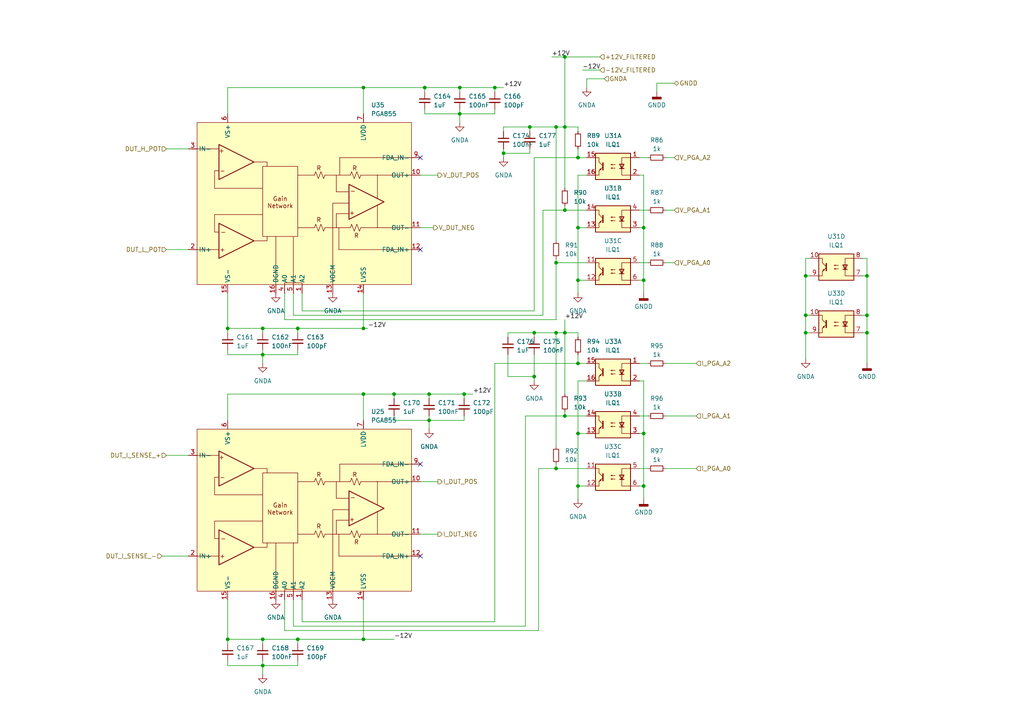
<source format=kicad_sch>
(kicad_sch (version 20231120) (generator "eeschema") (generator_version "8.0")
  (paper "A4")
  (lib_symbols
    (symbol "Device:C_Small" (pin_numbers hide) (pin_names (offset 0.254) hide)
      (property "Reference" "C" (at 0.254 1.778 0))
      (property "Value" "C_Small" (at 0.254 -2.032 0))
      (symbol "C_Small_0_1"
        (polyline (pts (xy -1.524 -0.508) (xy 1.524 -0.508)) (stroke (width 0.3302)))
        (polyline (pts (xy -1.524 0.508) (xy 1.524 0.508)) (stroke (width 0.3048)))
      )
      (symbol "C_Small_1_1"
        (pin passive line (at 0 2.54 270) (length 2.032) (name "~") (number "1"))
        (pin passive line (at 0 -2.54 90) (length 2.032) (name "~") (number "2"))
      )
    )
    (symbol "Device:R_Small" (pin_numbers hide) (pin_names (offset 0.254) hide)
      (property "Reference" "R" (at 0.762 0.508 0))
      (property "Value" "R_Small" (at 0.762 -1.016 0))
      (symbol "R_Small_0_1"
        (rectangle (start -0.762 1.778) (end 0.762 -1.778) (stroke (width 0.2032)))
      )
      (symbol "R_Small_1_1"
        (pin passive line (at 0 2.54 270) (length 0.762) (name "~") (number "1"))
        (pin passive line (at 0 -2.54 90) (length 0.762) (name "~") (number "2"))
      )
    )
    (symbol "JRIX Optocouplers:ILQ1"
      (property "Reference" "U" (at 0 0 0))
      (property "Value" "ILQ1" (at 0 0 0))
      (symbol "ILQ1_0_1"
        (rectangle (start -5.08 -1.27) (end 5.08 -8.89) (stroke (width 0.254)) (fill (type background)))
        (polyline (pts (xy -3.175 -5.715) (xy -1.905 -5.715)) (stroke (width 0.254)))
        (polyline (pts (xy 2.921 -5.207) (xy 4.064 -6.35)))
        (polyline (pts (xy 2.921 -4.953) (xy 4.064 -3.81)))
        (polyline (pts (xy 4.064 -7.62) (xy 5.08 -7.62)))
        (polyline (pts (xy 4.064 -6.35) (xy 4.064 -7.62)))
        (polyline (pts (xy 4.064 -3.81) (xy 4.064 -2.54)))
        (polyline (pts (xy 5.08 -2.54) (xy 4.064 -2.54)))
        (polyline (pts (xy -5.08 -2.54) (xy -2.54 -2.54) (xy -2.54 -5.842)))
        (polyline (pts (xy -2.54 -5.715) (xy -2.54 -7.62) (xy -5.08 -7.62)))
        (polyline (pts (xy 2.921 -4.064) (xy 2.921 -6.096) (xy 2.921 -6.096)) (stroke (width 0.3556)))
        (polyline (pts (xy -2.54 -5.715) (xy -3.175 -4.445) (xy -1.905 -4.445) (xy -2.54 -5.715)) (stroke (width 0.254)))
        (polyline (pts (xy 3.937 -6.223) (xy 3.683 -5.715) (xy 3.429 -5.969) (xy 3.937 -6.223)))
        (polyline (pts (xy -0.635 -5.588) (xy 0.635 -5.588) (xy 0.254 -5.715) (xy 0.254 -5.461) (xy 0.635 -5.588)))
        (polyline (pts (xy -0.635 -4.572) (xy 0.635 -4.572) (xy 0.254 -4.699) (xy 0.254 -4.445) (xy 0.635 -4.572)))
      )
      (symbol "ILQ1_1_1"
        (pin passive line (at -7.62 -2.54 0) (length 2.54) (name "~") (number "1"))
        (pin passive line (at 7.62 -2.54 180) (length 2.54) (name "~") (number "15"))
        (pin passive line (at 7.62 -7.62 180) (length 2.54) (name "~") (number "16"))
        (pin passive line (at -7.62 -7.62 0) (length 2.54) (name "~") (number "2"))
      )
      (symbol "ILQ1_2_1"
        (pin passive line (at 7.62 -7.62 180) (length 2.54) (name "~") (number "13"))
        (pin passive line (at 7.62 -2.54 180) (length 2.54) (name "~") (number "14"))
        (pin passive line (at -7.62 -7.62 0) (length 2.54) (name "~") (number "3"))
        (pin passive line (at -7.62 -2.54 0) (length 2.54) (name "~") (number "4"))
      )
      (symbol "ILQ1_3_1"
        (pin passive line (at 7.62 -2.54 180) (length 2.54) (name "~") (number "11"))
        (pin passive line (at 7.62 -7.62 180) (length 2.54) (name "~") (number "12"))
        (pin passive line (at -7.62 -2.54 0) (length 2.54) (name "~") (number "5"))
        (pin passive line (at -7.62 -7.62 0) (length 2.54) (name "~") (number "6"))
      )
      (symbol "ILQ1_4_1"
        (pin passive line (at 7.62 -2.54 180) (length 2.54) (name "~") (number "10"))
        (pin passive line (at -7.62 -7.62 0) (length 2.54) (name "~") (number "7"))
        (pin passive line (at -7.62 -2.54 0) (length 2.54) (name "~") (number "8"))
        (pin passive line (at 7.62 -7.62 180) (length 2.54) (name "~") (number "9"))
      )
    )
    (symbol "JRIX PGA:PGA855RGTR"
      (property "Reference" "U" (at 1.016 -3.556 0))
      (property "Value" "PGA855" (at 29.972 -7.112 0))
      (symbol "PGA855RGTR_0_0"
        (pin input line (at 30.48 -54.61 90) (length 2.54) (name "A2") (number "1"))
        (pin output line (at 64.77 -20.32 180) (length 2.54) (name "OUT+") (number "10"))
        (pin output line (at 64.77 -35.56 180) (length 2.54) (name "OUT-") (number "11"))
        (pin input line (at 64.77 -41.91 180) (length 2.54) (name "FDA_IN+") (number "12"))
        (pin power_in line (at 48.26 -54.61 90) (length 2.54) (name "LVSS") (number "14"))
        (pin power_in line (at 8.89 -54.61 90) (length 2.54) (name "VS-") (number "15"))
        (pin power_in line (at 22.86 -54.61 90) (length 2.54) (name "DGND") (number "16"))
        (pin input line (at -2.54 -41.91 0) (length 2.54) (name "IN+") (number "2"))
        (pin input line (at -2.54 -12.7 0) (length 2.54) (name "IN-") (number "3"))
        (pin input line (at 25.4 -54.61 90) (length 2.54) (name "A0") (number "4"))
        (pin input line (at 27.94 -54.61 90) (length 2.54) (name "A1") (number "5"))
        (pin power_in line (at 8.89 -2.54 270) (length 2.54) (name "VS+") (number "6"))
        (pin power_in line (at 48.26 -2.54 270) (length 2.54) (name "LVDD") (number "7"))
        (pin input line (at 64.77 -15.24 180) (length 2.54) (name "FDA_IN-") (number "9"))
      )
      (symbol "PGA855RGTR_0_1"
        (polyline (pts (xy -1.27 -12.7) (xy 6.35 -12.7)))
        (polyline (pts (xy 0 -41.91) (xy 6.35 -41.91)))
        (polyline (pts (xy 34.036 -35.56) (xy 29.21 -35.56)))
        (polyline (pts (xy 34.036 -20.32) (xy 29.21 -20.32)))
        (polyline (pts (xy 44.45 -20.32) (xy 40.386 -20.32)))
        (polyline (pts (xy 16.51 -39.37) (xy 20.32 -39.37) (xy 20.32 -38.1)))
        (polyline (pts (xy 16.51 -16.51) (xy 20.32 -16.51) (xy 20.32 -17.78)))
        (polyline (pts (xy 44.45 -35.56) (xy 40.386 -35.56) (xy 40.386 -34.29)))
        (polyline (pts (xy 47.498 -35.56) (xy 52.324 -35.56) (xy 52.324 -28.956)))
        (polyline (pts (xy 47.498 -20.32) (xy 52.324 -20.32) (xy 52.324 -27.178)))
        (polyline (pts (xy 6.35 -36.83) (xy 5.08 -36.83) (xy 5.08 -31.75) (xy 19.05 -31.75)))
        (polyline (pts (xy 37.084 -20.32) (xy 40.386 -20.32) (xy 40.386 -25.146) (xy 43.942 -25.146)))
        (polyline (pts (xy 6.35 -19.05) (xy 5.08 -19.05) (xy 5.08 -22.86) (xy 5.08 -24.13) (xy 19.05 -24.13)))
        (polyline (pts (xy 37.084 -35.56) (xy 40.386 -35.56) (xy 40.386 -32.004) (xy 40.386 -31.75) (xy 40.386 -31.496) (xy 43.942 -31.496)))
        (rectangle (start 19.05 -17.78) (end 29.21 -38.1))
      )
      (symbol "PGA855RGTR_1_0"
        (pin input line (at 39.37 -54.61 90) (length 2.54) (name "VOCM") (number "13"))
        (pin no_connect line (at 13.97 -54.61 90) (length 2.54) hide (name "NC") (number "8"))
      )
      (symbol "PGA855RGTR_1_1"
        (rectangle (start 0 -5.08) (end 62.23 -52.07) (fill (type background)))
        (polyline (pts (xy 22.86 -38.1) (xy 22.86 -52.07)))
        (polyline (pts (xy 27.94 -38.1) (xy 27.94 -52.07)))
        (polyline (pts (xy 41.148 -41.91) (xy 41.148 -35.56)))
        (polyline (pts (xy 41.402 -15.24) (xy 41.402 -20.32)))
        (polyline (pts (xy 62.23 -41.91) (xy 41.148 -41.91)))
        (polyline (pts (xy 62.23 -35.56) (xy 52.07 -35.56)))
        (polyline (pts (xy 62.23 -20.32) (xy 52.07 -20.32)))
        (polyline (pts (xy 62.23 -15.24) (xy 41.402 -15.24)))
        (polyline (pts (xy 39.37 -52.07) (xy 39.37 -28.448) (xy 43.942 -28.448)))
        (polyline (pts (xy 16.51 -39.37) (xy 6.35 -34.29) (xy 6.35 -44.45) (xy 16.51 -39.37)) (stroke (width 0.254)) (fill (type background)))
        (polyline (pts (xy 16.51 -16.51) (xy 6.35 -11.43) (xy 6.35 -21.59) (xy 16.51 -16.51)) (stroke (width 0.254)) (fill (type background)))
        (polyline (pts (xy 25.4 -52.07) (xy 25.4 -51.562) (xy 30.48 -51.562) (xy 30.48 -52.07)))
        (polyline (pts (xy 54.229 -28.067) (xy 44.069 -22.987) (xy 44.069 -33.147) (xy 54.229 -28.067)) (stroke (width 0.254)) (fill (type background)))
        (polyline (pts (xy 34.036 -35.56) (xy 34.417 -34.544) (xy 34.798 -35.56) (xy 35.179 -36.576) (xy 35.56 -35.56)))
        (polyline (pts (xy 34.036 -20.32) (xy 34.417 -19.304) (xy 34.798 -20.32) (xy 35.179 -21.336) (xy 35.56 -20.32)))
        (polyline (pts (xy 35.56 -35.56) (xy 35.941 -34.544) (xy 36.322 -35.56) (xy 36.703 -36.576) (xy 37.084 -35.56)))
        (polyline (pts (xy 35.56 -20.32) (xy 35.941 -19.304) (xy 36.322 -20.32) (xy 36.703 -21.336) (xy 37.084 -20.32)))
        (polyline (pts (xy 44.45 -35.56) (xy 44.831 -34.544) (xy 45.212 -35.56) (xy 45.593 -36.576) (xy 45.974 -35.56)))
        (polyline (pts (xy 44.45 -20.32) (xy 44.831 -19.304) (xy 45.212 -20.32) (xy 45.593 -21.336) (xy 45.974 -20.32)))
        (polyline (pts (xy 45.974 -35.56) (xy 46.355 -34.544) (xy 46.736 -35.56) (xy 47.117 -36.576) (xy 47.498 -35.56)))
        (polyline (pts (xy 45.974 -20.32) (xy 46.355 -19.304) (xy 46.736 -20.32) (xy 47.117 -21.336) (xy 47.498 -20.32)))
        (text "+" (at 7.112 -13.208 0) (effects (font (size 1.27 1.27))))
        (text "+" (at 44.958 -31.242 0) (effects (font (size 1.27 1.27))))
        (text "+\n" (at 7.366 -41.91 0) (effects (font (size 1.27 1.27))))
        (text "-" (at 7.366 -19.05 0) (effects (font (size 1.27 1.27))))
        (text "-" (at 7.62 -36.83 0) (effects (font (size 1.27 1.27))))
        (text "-" (at 45.212 -24.892 0) (effects (font (size 1.27 1.27))))
        (text "Gain\nNetwork\n" (at 24.13 -28.194 0) (effects (font (size 1.27 1.27))))
        (text "R" (at 35.306 -33.274 0) (effects (font (size 1.27 1.27))))
        (text "R" (at 35.306 -18.288 0) (effects (font (size 1.27 1.27))))
        (text "R" (at 45.72 -18.288 0) (effects (font (size 1.27 1.27))))
        (text "R" (at 46.228 -37.846 0) (effects (font (size 1.27 1.27))))
        (pin no_connect line (at -2.54 -26.67 0) (length 2.54) hide (name "THERMALPAD") (number "17"))
      )
    )
    (symbol "power:GNDA" (power) (pin_numbers hide) (pin_names (offset 0) hide)
      (property "Value" "GNDA" (at 0 -3.81 0))
      (symbol "GNDA_0_1"
        (polyline (pts (xy 0 0) (xy 0 -1.27) (xy 1.27 -1.27) (xy 0 -2.54) (xy -1.27 -1.27) (xy 0 -1.27)))
      )
      (symbol "GNDA_1_1"
        (pin power_in line (at 0 0 270) (length 0) (name "~") (number "1"))
      )
    )
    (symbol "power:GNDD" (power) (pin_numbers hide) (pin_names (offset 0) hide)
      (property "Value" "GNDD" (at 0 -3.175 0))
      (symbol "GNDD_0_1"
        (rectangle (start -1.27 -1.524) (end 1.27 -2.032) (stroke (width 0.254)) (fill (type outline)))
        (polyline (pts (xy 0 0) (xy 0 -1.524)))
      )
      (symbol "GNDD_1_1"
        (pin power_in line (at 0 0 270) (length 0) (name "~") (number "1"))
      )
    )
  )
  (junction (at 153.67 36.83))
  (junction (at 123.19 25.4))
  (junction (at 167.64 45.72))
  (junction (at 167.64 81.28))
  (junction (at 163.83 60.96))
  (junction (at 233.68 96.52))
  (junction (at 251.46 91.44))
  (junction (at 161.29 135.89))
  (junction (at 161.29 36.83))
  (junction (at 86.36 95.25))
  (junction (at 143.51 25.4))
  (junction (at 154.94 109.22))
  (junction (at 167.64 105.41))
  (junction (at 186.69 66.04))
  (junction (at 105.41 25.4))
  (junction (at 146.05 44.45))
  (junction (at 66.04 185.42))
  (junction (at 163.83 120.65))
  (junction (at 76.2 95.25))
  (junction (at 251.46 96.52))
  (junction (at 161.29 76.2))
  (junction (at 186.69 140.97))
  (junction (at 233.68 80.01))
  (junction (at 167.64 125.73))
  (junction (at 76.2 102.87))
  (junction (at 251.46 80.01))
  (junction (at 154.94 96.52))
  (junction (at 114.3 114.3))
  (junction (at 233.68 91.44))
  (junction (at 163.83 96.52))
  (junction (at 105.41 95.25))
  (junction (at 167.64 66.04))
  (junction (at 86.36 185.42))
  (junction (at 124.46 121.92))
  (junction (at 163.83 36.83))
  (junction (at 167.64 140.97))
  (junction (at 161.29 96.52))
  (junction (at 66.04 95.25))
  (junction (at 76.2 193.04))
  (junction (at 134.62 114.3))
  (junction (at 124.46 114.3))
  (junction (at 76.2 185.42))
  (junction (at 133.35 33.02))
  (junction (at 163.83 16.51))
  (junction (at 186.69 81.28))
  (junction (at 133.35 25.4))
  (junction (at 186.69 125.73))
  (junction (at 105.41 185.42))
  (junction (at 105.41 114.3))
  (no_connect (at 121.92 72.39))
  (no_connect (at 121.92 45.72))
  (no_connect (at 121.92 134.62))
  (no_connect (at 121.92 161.29))
  (wire (pts (xy 123.19 25.4) (xy 105.41 25.4)))
  (wire (pts (xy 186.69 140.97) (xy 186.69 125.73)))
  (wire (pts (xy 233.68 80.01) (xy 234.95 80.01)))
  (wire (pts (xy 163.83 92.71) (xy 163.83 96.52)))
  (wire (pts (xy 86.36 185.42) (xy 86.36 186.69)))
  (wire (pts (xy 143.51 31.75) (xy 143.51 33.02)))
  (wire (pts (xy 147.32 102.87) (xy 147.32 109.22)))
  (wire (pts (xy 76.2 193.04) (xy 86.36 193.04)))
  (wire (pts (xy 76.2 185.42) (xy 86.36 185.42)))
  (wire (pts (xy 161.29 135.89) (xy 170.18 135.89)))
  (wire (pts (xy 133.35 31.75) (xy 133.35 33.02)))
  (wire (pts (xy 86.36 95.25) (xy 86.36 96.52)))
  (wire (pts (xy 85.09 173.99) (xy 85.09 181.61)))
  (wire (pts (xy 66.04 101.6) (xy 66.04 102.87)))
  (wire (pts (xy 87.63 90.17) (xy 154.94 90.17)))
  (wire (pts (xy 156.21 135.89) (xy 161.29 135.89)))
  (wire (pts (xy 195.58 24.13) (xy 190.5 24.13)))
  (wire (pts (xy 66.04 186.69) (xy 66.04 185.42)))
  (wire (pts (xy 233.68 74.93) (xy 233.68 80.01)))
  (wire (pts (xy 161.29 76.2) (xy 170.18 76.2)))
  (wire (pts (xy 193.04 45.72) (xy 195.58 45.72)))
  (wire (pts (xy 82.55 92.71) (xy 161.29 92.71)))
  (wire (pts (xy 190.5 24.13) (xy 190.5 26.67)))
  (wire (pts (xy 193.04 105.41) (xy 201.93 105.41)))
  (wire (pts (xy 105.41 25.4) (xy 105.41 33.02)))
  (wire (pts (xy 66.04 191.77) (xy 66.04 193.04)))
  (wire (pts (xy 163.83 59.69) (xy 163.83 60.96)))
  (wire (pts (xy 186.69 85.09) (xy 186.69 81.28)))
  (wire (pts (xy 167.64 45.72) (xy 170.18 45.72)))
  (wire (pts (xy 193.04 135.89) (xy 201.93 135.89)))
  (wire (pts (xy 251.46 74.93) (xy 251.46 80.01)))
  (wire (pts (xy 105.41 114.3) (xy 105.41 121.92)))
  (wire (pts (xy 175.26 22.86) (xy 170.18 22.86)))
  (wire (pts (xy 163.83 60.96) (xy 170.18 60.96)))
  (wire (pts (xy 167.64 125.73) (xy 167.64 110.49)))
  (wire (pts (xy 163.83 96.52) (xy 167.64 96.52)))
  (wire (pts (xy 161.29 36.83) (xy 163.83 36.83)))
  (wire (pts (xy 133.35 25.4) (xy 143.51 25.4)))
  (wire (pts (xy 163.83 36.83) (xy 167.64 36.83)))
  (wire (pts (xy 154.94 109.22) (xy 154.94 110.49)))
  (wire (pts (xy 250.19 80.01) (xy 251.46 80.01)))
  (wire (pts (xy 134.62 120.65) (xy 134.62 121.92)))
  (wire (pts (xy 167.64 96.52) (xy 167.64 97.79)))
  (wire (pts (xy 82.55 182.88) (xy 156.21 182.88)))
  (wire (pts (xy 66.04 85.09) (xy 66.04 95.25)))
  (wire (pts (xy 147.32 96.52) (xy 154.94 96.52)))
  (wire (pts (xy 167.64 140.97) (xy 170.18 140.97)))
  (wire (pts (xy 163.83 16.51) (xy 173.99 16.51)))
  (wire (pts (xy 66.04 173.99) (xy 66.04 185.42)))
  (wire (pts (xy 105.41 114.3) (xy 114.3 114.3)))
  (wire (pts (xy 154.94 45.72) (xy 167.64 45.72)))
  (wire (pts (xy 85.09 85.09) (xy 85.09 91.44)))
  (wire (pts (xy 143.51 25.4) (xy 146.05 25.4)))
  (wire (pts (xy 185.42 76.2) (xy 187.96 76.2)))
  (wire (pts (xy 186.69 144.78) (xy 186.69 140.97)))
  (wire (pts (xy 143.51 25.4) (xy 143.51 26.67)))
  (wire (pts (xy 105.41 185.42) (xy 114.3 185.42)))
  (wire (pts (xy 86.36 185.42) (xy 105.41 185.42)))
  (wire (pts (xy 250.19 91.44) (xy 251.46 91.44)))
  (wire (pts (xy 167.64 140.97) (xy 167.64 125.73)))
  (wire (pts (xy 48.26 72.39) (xy 54.61 72.39)))
  (wire (pts (xy 76.2 193.04) (xy 76.2 195.58)))
  (wire (pts (xy 152.4 120.65) (xy 152.4 181.61)))
  (wire (pts (xy 147.32 109.22) (xy 154.94 109.22)))
  (wire (pts (xy 185.42 120.65) (xy 187.96 120.65)))
  (wire (pts (xy 186.69 66.04) (xy 185.42 66.04)))
  (wire (pts (xy 161.29 96.52) (xy 163.83 96.52)))
  (wire (pts (xy 167.64 81.28) (xy 170.18 81.28)))
  (wire (pts (xy 163.83 96.52) (xy 163.83 114.3)))
  (wire (pts (xy 114.3 120.65) (xy 114.3 121.92)))
  (wire (pts (xy 85.09 181.61) (xy 152.4 181.61)))
  (wire (pts (xy 251.46 91.44) (xy 251.46 96.52)))
  (wire (pts (xy 167.64 144.78) (xy 167.64 140.97)))
  (wire (pts (xy 193.04 60.96) (xy 195.58 60.96)))
  (wire (pts (xy 233.68 96.52) (xy 233.68 104.14)))
  (wire (pts (xy 143.51 105.41) (xy 143.51 180.34)))
  (wire (pts (xy 146.05 45.72) (xy 146.05 44.45)))
  (wire (pts (xy 154.94 45.72) (xy 154.94 90.17)))
  (wire (pts (xy 66.04 114.3) (xy 66.04 121.92)))
  (wire (pts (xy 185.42 135.89) (xy 187.96 135.89)))
  (wire (pts (xy 250.19 74.93) (xy 251.46 74.93)))
  (wire (pts (xy 233.68 91.44) (xy 233.68 96.52)))
  (wire (pts (xy 193.04 120.65) (xy 201.93 120.65)))
  (wire (pts (xy 76.2 102.87) (xy 86.36 102.87)))
  (wire (pts (xy 66.04 96.52) (xy 66.04 95.25)))
  (wire (pts (xy 233.68 96.52) (xy 234.95 96.52)))
  (wire (pts (xy 86.36 95.25) (xy 105.41 95.25)))
  (wire (pts (xy 133.35 33.02) (xy 133.35 35.56)))
  (wire (pts (xy 76.2 102.87) (xy 76.2 105.41)))
  (wire (pts (xy 133.35 25.4) (xy 133.35 26.67)))
  (wire (pts (xy 185.42 60.96) (xy 187.96 60.96)))
  (wire (pts (xy 82.55 173.99) (xy 82.55 182.88)))
  (wire (pts (xy 234.95 74.93) (xy 233.68 74.93)))
  (wire (pts (xy 124.46 114.3) (xy 124.46 115.57)))
  (wire (pts (xy 121.92 154.94) (xy 127 154.94)))
  (wire (pts (xy 123.19 25.4) (xy 133.35 25.4)))
  (wire (pts (xy 154.94 97.79) (xy 154.94 96.52)))
  (wire (pts (xy 124.46 120.65) (xy 124.46 121.92)))
  (wire (pts (xy 123.19 33.02) (xy 133.35 33.02)))
  (wire (pts (xy 82.55 85.09) (xy 82.55 92.71)))
  (wire (pts (xy 124.46 121.92) (xy 124.46 124.46)))
  (wire (pts (xy 186.69 110.49) (xy 185.42 110.49)))
  (wire (pts (xy 233.68 80.01) (xy 233.68 91.44)))
  (wire (pts (xy 185.42 105.41) (xy 187.96 105.41)))
  (wire (pts (xy 87.63 173.99) (xy 87.63 180.34)))
  (wire (pts (xy 146.05 43.18) (xy 146.05 44.45)))
  (wire (pts (xy 186.69 81.28) (xy 185.42 81.28)))
  (wire (pts (xy 124.46 121.92) (xy 134.62 121.92)))
  (wire (pts (xy 105.41 95.25) (xy 106.68 95.25)))
  (wire (pts (xy 161.29 69.85) (xy 161.29 36.83)))
  (wire (pts (xy 157.48 60.96) (xy 157.48 91.44)))
  (wire (pts (xy 114.3 115.57) (xy 114.3 114.3)))
  (wire (pts (xy 153.67 36.83) (xy 153.67 38.1)))
  (wire (pts (xy 163.83 119.38) (xy 163.83 120.65)))
  (wire (pts (xy 124.46 114.3) (xy 134.62 114.3)))
  (wire (pts (xy 167.64 66.04) (xy 170.18 66.04)))
  (wire (pts (xy 153.67 43.18) (xy 153.67 44.45)))
  (wire (pts (xy 105.41 173.99) (xy 105.41 185.42)))
  (wire (pts (xy 76.2 185.42) (xy 76.2 186.69)))
  (wire (pts (xy 86.36 191.77) (xy 86.36 193.04)))
  (wire (pts (xy 123.19 26.67) (xy 123.19 25.4)))
  (wire (pts (xy 161.29 134.62) (xy 161.29 135.89)))
  (wire (pts (xy 186.69 66.04) (xy 186.69 50.8)))
  (wire (pts (xy 170.18 22.86) (xy 170.18 25.4)))
  (wire (pts (xy 143.51 105.41) (xy 167.64 105.41)))
  (wire (pts (xy 233.68 91.44) (xy 234.95 91.44)))
  (wire (pts (xy 87.63 180.34) (xy 143.51 180.34)))
  (wire (pts (xy 76.2 95.25) (xy 86.36 95.25)))
  (wire (pts (xy 157.48 60.96) (xy 163.83 60.96)))
  (wire (pts (xy 121.92 66.04) (xy 125.73 66.04)))
  (wire (pts (xy 186.69 125.73) (xy 186.69 110.49)))
  (wire (pts (xy 66.04 114.3) (xy 105.41 114.3)))
  (wire (pts (xy 133.35 33.02) (xy 143.51 33.02)))
  (wire (pts (xy 186.69 125.73) (xy 185.42 125.73)))
  (wire (pts (xy 146.05 36.83) (xy 153.67 36.83)))
  (wire (pts (xy 66.04 95.25) (xy 76.2 95.25)))
  (wire (pts (xy 186.69 81.28) (xy 186.69 66.04)))
  (wire (pts (xy 161.29 129.54) (xy 161.29 96.52)))
  (wire (pts (xy 114.3 114.3) (xy 124.46 114.3)))
  (wire (pts (xy 167.64 50.8) (xy 170.18 50.8)))
  (wire (pts (xy 66.04 102.87) (xy 76.2 102.87)))
  (wire (pts (xy 185.42 45.72) (xy 187.96 45.72)))
  (wire (pts (xy 186.69 50.8) (xy 185.42 50.8)))
  (wire (pts (xy 156.21 135.89) (xy 156.21 182.88)))
  (wire (pts (xy 193.04 76.2) (xy 195.58 76.2)))
  (wire (pts (xy 134.62 114.3) (xy 137.16 114.3)))
  (wire (pts (xy 251.46 80.01) (xy 251.46 91.44)))
  (wire (pts (xy 76.2 95.25) (xy 76.2 96.52)))
  (wire (pts (xy 66.04 185.42) (xy 76.2 185.42)))
  (wire (pts (xy 87.63 85.09) (xy 87.63 90.17)))
  (wire (pts (xy 167.64 110.49) (xy 170.18 110.49)))
  (wire (pts (xy 76.2 101.6) (xy 76.2 102.87)))
  (wire (pts (xy 152.4 120.65) (xy 163.83 120.65)))
  (wire (pts (xy 48.26 132.08) (xy 54.61 132.08)))
  (wire (pts (xy 163.83 36.83) (xy 163.83 16.51)))
  (wire (pts (xy 167.64 125.73) (xy 170.18 125.73)))
  (wire (pts (xy 121.92 50.8) (xy 127 50.8)))
  (wire (pts (xy 146.05 44.45) (xy 153.67 44.45)))
  (wire (pts (xy 146.05 38.1) (xy 146.05 36.83)))
  (wire (pts (xy 46.99 161.29) (xy 54.61 161.29)))
  (wire (pts (xy 163.83 120.65) (xy 170.18 120.65)))
  (wire (pts (xy 66.04 25.4) (xy 66.04 33.02)))
  (wire (pts (xy 147.32 97.79) (xy 147.32 96.52)))
  (wire (pts (xy 121.92 139.7) (xy 127 139.7)))
  (wire (pts (xy 168.91 20.32) (xy 173.99 20.32)))
  (wire (pts (xy 154.94 102.87) (xy 154.94 109.22)))
  (wire (pts (xy 154.94 96.52) (xy 161.29 96.52)))
  (wire (pts (xy 167.64 66.04) (xy 167.64 50.8)))
  (wire (pts (xy 114.3 121.92) (xy 124.46 121.92)))
  (wire (pts (xy 163.83 36.83) (xy 163.83 54.61)))
  (wire (pts (xy 134.62 114.3) (xy 134.62 115.57)))
  (wire (pts (xy 186.69 140.97) (xy 185.42 140.97)))
  (wire (pts (xy 167.64 105.41) (xy 170.18 105.41)))
  (wire (pts (xy 48.26 43.18) (xy 54.61 43.18)))
  (wire (pts (xy 161.29 76.2) (xy 161.29 92.71)))
  (wire (pts (xy 76.2 191.77) (xy 76.2 193.04)))
  (wire (pts (xy 161.29 74.93) (xy 161.29 76.2)))
  (wire (pts (xy 85.09 91.44) (xy 157.48 91.44)))
  (wire (pts (xy 123.19 31.75) (xy 123.19 33.02)))
  (wire (pts (xy 105.41 25.4) (xy 66.04 25.4)))
  (wire (pts (xy 167.64 81.28) (xy 167.64 66.04)))
  (wire (pts (xy 160.02 16.51) (xy 163.83 16.51)))
  (wire (pts (xy 105.41 85.09) (xy 105.41 95.25)))
  (wire (pts (xy 86.36 101.6) (xy 86.36 102.87)))
  (wire (pts (xy 167.64 36.83) (xy 167.64 38.1)))
  (wire (pts (xy 153.67 36.83) (xy 161.29 36.83)))
  (wire (pts (xy 66.04 193.04) (xy 76.2 193.04)))
  (wire (pts (xy 167.64 85.09) (xy 167.64 81.28)))
  (wire (pts (xy 251.46 96.52) (xy 251.46 105.41)))
  (wire (pts (xy 167.64 43.18) (xy 167.64 45.72)))
  (wire (pts (xy 167.64 102.87) (xy 167.64 105.41)))
  (wire (pts (xy 250.19 96.52) (xy 251.46 96.52)))
  (label "-12V" (at 106.68 95.25 0))
  (label "+12V" (at 160.02 16.51 0))
  (label "+12V" (at 137.16 114.3 0))
  (label "+12V" (at 146.05 25.4 0))
  (label "-12V" (at 114.3 185.42 0))
  (label "+12V" (at 163.83 92.71 0))
  (label "-12V" (at 168.91 20.32 0))
  (hierarchical_label "V_PGA_A0" (shape input) (at 195.58 76.2 0))
  (hierarchical_label "DUT_H_POT" (shape input) (at 48.26 43.18 180))
  (hierarchical_label "DUT_I_SENSE_-" (shape input) (at 46.99 161.29 180))
  (hierarchical_label "V_PGA_A2" (shape input) (at 195.58 45.72 0))
  (hierarchical_label "I_PGA_A2" (shape input) (at 201.93 105.41 0))
  (hierarchical_label "DUT_L_POT" (shape input) (at 48.26 72.39 180))
  (hierarchical_label "DUT_I_SENSE_+" (shape input) (at 48.26 132.08 180))
  (hierarchical_label "I_DUT_POS" (shape output) (at 127 139.7 0))
  (hierarchical_label "GNDA" (shape input) (at 175.26 22.86 0))
  (hierarchical_label "I_PGA_A1" (shape input) (at 201.93 120.65 0))
  (hierarchical_label "V_DUT_NEG" (shape output) (at 125.73 66.04 0))
  (hierarchical_label "V_DUT_POS" (shape output) (at 127 50.8 0))
  (hierarchical_label "GNDD" (shape bidirectional) (at 195.58 24.13 0))
  (hierarchical_label "V_PGA_A1" (shape input) (at 195.58 60.96 0))
  (hierarchical_label "-12V_FILTERED" (shape input) (at 173.99 20.32 0))
  (hierarchical_label "I_PGA_A0" (shape input) (at 201.93 135.89 0))
  (hierarchical_label "I_DUT_NEG" (shape output) (at 127 154.94 0))
  (hierarchical_label "+12V_FILTERED" (shape input) (at 173.99 16.51 0))
  (symbol (lib_id "power:GNDA") (at 76.2 105.41 0) (unit 1)
    (property "Reference" "#PWR078" (effects (hide yes)))
    (property "Value" "GNDA" (at 76.2 110.49 0))
    (property "Description" "Power symbol creates a global label with name \"GNDA\" , analog ground" (effects (hide yes)))
  )
  (symbol (lib_id "power:GNDA") (at 80.01 85.09 0) (unit 1)
    (property "Reference" "#PWR077" (effects (hide yes)))
    (property "Value" "GNDA" (at 80.01 90.17 0))
    (property "Description" "Power symbol creates a global label with name \"GNDA\" , analog ground" (effects (hide yes)))
  )
  (symbol (lib_id "power:GNDA") (at 96.52 173.99 0) (unit 1)
    (property "Reference" "#PWR083" (effects (hide yes)))
    (property "Value" "GNDA" (at 96.52 179.07 0))
    (property "Description" "Power symbol creates a global label with name \"GNDA\" , analog ground" (effects (hide yes)))
  )
  (symbol (lib_id "power:GNDA") (at 96.52 85.09 0) (unit 1)
    (property "Reference" "#PWR075" (effects (hide yes)))
    (property "Value" "GNDA" (at 96.52 90.17 0))
    (property "Description" "Power symbol creates a global label with name \"GNDA\" , analog ground" (effects (hide yes)))
  )
  (symbol (lib_id "Device:C_Small") (at 86.36 189.23 0) (unit 1)
    (property "Reference" "C169" (at 88.9 187.9662 0) (effects (justify left)))
    (property "Value" "100pF" (at 88.9 190.5062 0) (effects (justify left)))
    (property "Footprint" "Capacitor_THT:C_Disc_D3.4mm_W2.1mm_P2.50mm" (effects (hide yes)))
    (property "Description" "Unpolarized capacitor, small symbol" (effects (hide yes)))
  )
  (symbol (lib_id "power:GNDA") (at 170.18 25.4 0) (unit 1)
    (property "Reference" "#PWR076" (effects (hide yes)))
    (property "Value" "GNDA" (at 170.18 30.48 0))
    (property "Description" "Power symbol creates a global label with name \"GNDA\" , analog ground" (effects (hide yes)))
  )
  (symbol (lib_id "JRIX Optocouplers:ILQ1") (at 177.8 133.35 0) (mirror y) (unit 3)
    (property "Reference" "U33" (at 177.8 129.54 0))
    (property "Value" "ILQ1" (at 177.8 132.08 0))
    (property "Footprint" "Package_DIP:DIP-16_W7.62mm" (effects (hide yes)))
    (property "Datasheet" "https://www.vishay.com/docs/83646/ild1.pdf" (effects (hide yes)))
    (property "Description" "Optocoupler, Phototransistor Output (Dual, Quad Channel)" (effects (hide yes)))
  )
  (symbol (lib_id "Device:C_Small") (at 76.2 99.06 0) (unit 1)
    (property "Reference" "C162" (at 78.74 97.7962 0) (effects (justify left)))
    (property "Value" "100nF" (at 78.74 100.3362 0) (effects (justify left)))
    (property "Footprint" "Capacitor_SMD:C_0805_2012Metric_Pad1.18x1.45mm_HandSolder" (effects (hide yes)))
    (property "Description" "Unpolarized capacitor, small symbol" (effects (hide yes)))
  )
  (symbol (lib_id "Device:C_Small") (at 124.46 118.11 0) (unit 1)
    (property "Reference" "C171" (at 127 116.8462 0) (effects (justify left)))
    (property "Value" "100nF" (at 127 119.3862 0) (effects (justify left)))
    (property "Footprint" "Capacitor_SMD:C_0805_2012Metric_Pad1.18x1.45mm_HandSolder" (effects (hide yes)))
    (property "Description" "Unpolarized capacitor, small symbol" (effects (hide yes)))
  )
  (symbol (lib_id "JRIX Optocouplers:ILQ1") (at 242.57 88.9 0) (mirror y) (unit 4)
    (property "Reference" "U33" (at 242.57 85.09 0))
    (property "Value" "ILQ1" (at 242.57 87.63 0))
    (property "Footprint" "Package_DIP:DIP-16_W7.62mm" (effects (hide yes)))
    (property "Datasheet" "https://www.vishay.com/docs/83646/ild1.pdf" (effects (hide yes)))
    (property "Description" "Optocoupler, Phototransistor Output (Dual, Quad Channel)" (effects (hide yes)))
  )
  (symbol (lib_id "Device:R_Small") (at 190.5 76.2 90) (unit 1)
    (property "Reference" "R88" (at 190.5 71.12 90))
    (property "Value" "1k" (at 190.5 73.66 90))
    (property "Footprint" "Resistor_SMD:R_0805_2012Metric_Pad1.20x1.40mm_HandSolder" (effects (hide yes)))
    (property "Description" "Resistor, small symbol" (effects (hide yes)))
  )
  (symbol (lib_id "Device:R_Small") (at 161.29 132.08 180) (unit 1)
    (property "Reference" "R92" (at 163.83 130.8099 0) (effects (justify right)))
    (property "Value" "10k" (at 163.83 133.3499 0) (effects (justify right)))
    (property "Footprint" "Resistor_SMD:R_0805_2012Metric_Pad1.20x1.40mm_HandSolder" (effects (hide yes)))
    (property "Description" "Resistor, small symbol" (effects (hide yes)))
  )
  (symbol (lib_id "JRIX Optocouplers:ILQ1") (at 177.8 43.18 0) (mirror y) (unit 1)
    (property "Reference" "U31" (at 177.8 39.37 0))
    (property "Value" "ILQ1" (at 177.8 41.91 0))
    (property "Footprint" "Package_DIP:DIP-16_W7.62mm" (effects (hide yes)))
    (property "Datasheet" "https://www.vishay.com/docs/83646/ild1.pdf" (effects (hide yes)))
    (property "Description" "Optocoupler, Phototransistor Output (Dual, Quad Channel)" (effects (hide yes)))
  )
  (symbol (lib_id "JRIX PGA:PGA855RGTR") (at 57.15 119.38 0) (unit 1)
    (property "Reference" "U25" (at 107.6041 119.38 0) (effects (justify left)))
    (property "Value" "PGA855" (at 107.6041 121.92 0) (effects (justify left)))
    (property "Footprint" "Package_DFN_QFN:VQFN-16-1EP_3x3mm_P0.5mm_EP1.45x1.45mm" (effects (hide yes)))
    (property "Datasheet" "https://www.ti.com/lit/ds/symlink/pga855.pdf?ts=1727702166450&ref_url=https%253A%252F%252Fwww.ti.com%252Fproduct%252FPGA855" (effects (hide yes)))
    (property "Description" "Instrumentation Amplifiers Low-noise, wide-bandwidth, fully-differential-output programmable-gain instrumentation amplifier 16-VQFN -40 to 125" (effects (hide yes)))
  )
  (symbol (lib_id "power:GNDA") (at 146.05 45.72 0) (unit 1)
    (property "Reference" "#PWR091" (effects (hide yes)))
    (property "Value" "GNDA" (at 146.05 50.8 0))
    (property "Description" "Power symbol creates a global label with name \"GNDA\" , analog ground" (effects (hide yes)))
  )
  (symbol (lib_id "Device:C_Small") (at 146.05 40.64 0) (unit 1)
    (property "Reference" "C174" (at 148.59 39.3762 0) (effects (justify left)))
    (property "Value" "100nF" (at 148.59 41.9162 0) (effects (justify left)))
    (property "Footprint" "Capacitor_SMD:C_0805_2012Metric_Pad1.18x1.45mm_HandSolder" (effects (hide yes)))
    (property "Description" "Unpolarized capacitor, small symbol" (effects (hide yes)))
  )
  (symbol (lib_id "JRIX Optocouplers:ILQ1") (at 177.8 102.87 0) (mirror y) (unit 1)
    (property "Reference" "U33" (at 177.8 99.06 0))
    (property "Value" "ILQ1" (at 177.8 101.6 0))
    (property "Footprint" "Package_DIP:DIP-16_W7.62mm" (effects (hide yes)))
    (property "Datasheet" "https://www.vishay.com/docs/83646/ild1.pdf" (effects (hide yes)))
    (property "Description" "Optocoupler, Phototransistor Output (Dual, Quad Channel)" (effects (hide yes)))
  )
  (symbol (lib_id "Device:R_Small") (at 190.5 60.96 90) (unit 1)
    (property "Reference" "R87" (at 190.5 55.88 90))
    (property "Value" "1k" (at 190.5 58.42 90))
    (property "Footprint" "Resistor_SMD:R_0805_2012Metric_Pad1.20x1.40mm_HandSolder" (effects (hide yes)))
    (property "Description" "Resistor, small symbol" (effects (hide yes)))
  )
  (symbol (lib_id "JRIX Optocouplers:ILQ1") (at 177.8 58.42 0) (mirror y) (unit 2)
    (property "Reference" "U31" (at 177.8 54.61 0))
    (property "Value" "ILQ1" (at 177.8 57.15 0))
    (property "Footprint" "Package_DIP:DIP-16_W7.62mm" (effects (hide yes)))
    (property "Datasheet" "https://www.vishay.com/docs/83646/ild1.pdf" (effects (hide yes)))
    (property "Description" "Optocoupler, Phototransistor Output (Dual, Quad Channel)" (effects (hide yes)))
  )
  (symbol (lib_id "Device:R_Small") (at 163.83 57.15 180) (unit 1)
    (property "Reference" "R90" (at 166.37 55.8799 0) (effects (justify right)))
    (property "Value" "10k" (at 166.37 58.4199 0) (effects (justify right)))
    (property "Footprint" "Resistor_SMD:R_0805_2012Metric_Pad1.20x1.40mm_HandSolder" (effects (hide yes)))
    (property "Description" "Resistor, small symbol" (effects (hide yes)))
  )
  (symbol (lib_id "Device:R_Small") (at 163.83 116.84 180) (unit 1)
    (property "Reference" "R93" (at 166.37 115.5699 0) (effects (justify right)))
    (property "Value" "10k" (at 166.37 118.1099 0) (effects (justify right)))
    (property "Footprint" "Resistor_SMD:R_0805_2012Metric_Pad1.20x1.40mm_HandSolder" (effects (hide yes)))
    (property "Description" "Resistor, small symbol" (effects (hide yes)))
  )
  (symbol (lib_id "Device:R_Small") (at 190.5 135.89 90) (unit 1)
    (property "Reference" "R97" (at 190.5 130.81 90))
    (property "Value" "1k" (at 190.5 133.35 90))
    (property "Footprint" "Resistor_SMD:R_0805_2012Metric_Pad1.20x1.40mm_HandSolder" (effects (hide yes)))
    (property "Description" "Resistor, small symbol" (effects (hide yes)))
  )
  (symbol (lib_id "Device:R_Small") (at 161.29 72.39 180) (unit 1)
    (property "Reference" "R91" (at 163.83 71.1199 0) (effects (justify right)))
    (property "Value" "10k" (at 163.83 73.6599 0) (effects (justify right)))
    (property "Footprint" "Resistor_SMD:R_0805_2012Metric_Pad1.20x1.40mm_HandSolder" (effects (hide yes)))
    (property "Description" "Resistor, small symbol" (effects (hide yes)))
  )
  (symbol (lib_id "power:GNDA") (at 133.35 35.56 0) (unit 1)
    (property "Reference" "#PWR079" (effects (hide yes)))
    (property "Value" "GNDA" (at 133.35 40.64 0))
    (property "Description" "Power symbol creates a global label with name \"GNDA\" , analog ground" (effects (hide yes)))
  )
  (symbol (lib_id "Device:C_Small") (at 76.2 189.23 0) (unit 1)
    (property "Reference" "C168" (at 78.74 187.9662 0) (effects (justify left)))
    (property "Value" "100nF" (at 78.74 190.5062 0) (effects (justify left)))
    (property "Footprint" "Capacitor_SMD:C_0805_2012Metric_Pad1.18x1.45mm_HandSolder" (effects (hide yes)))
    (property "Description" "Unpolarized capacitor, small symbol" (effects (hide yes)))
  )
  (symbol (lib_id "JRIX Optocouplers:ILQ1") (at 177.8 118.11 0) (mirror y) (unit 2)
    (property "Reference" "U33" (at 177.8 114.3 0))
    (property "Value" "ILQ1" (at 177.8 116.84 0))
    (property "Footprint" "Package_DIP:DIP-16_W7.62mm" (effects (hide yes)))
    (property "Datasheet" "https://www.vishay.com/docs/83646/ild1.pdf" (effects (hide yes)))
    (property "Description" "Optocoupler, Phototransistor Output (Dual, Quad Channel)" (effects (hide yes)))
  )
  (symbol (lib_id "Device:R_Small") (at 190.5 105.41 90) (unit 1)
    (property "Reference" "R95" (at 190.5 100.33 90))
    (property "Value" "1k" (at 190.5 102.87 90))
    (property "Footprint" "Resistor_SMD:R_0805_2012Metric_Pad1.20x1.40mm_HandSolder" (effects (hide yes)))
    (property "Description" "Resistor, small symbol" (effects (hide yes)))
  )
  (symbol (lib_id "JRIX Optocouplers:ILQ1") (at 242.57 72.39 0) (mirror y) (unit 4)
    (property "Reference" "U31" (at 242.57 68.58 0))
    (property "Value" "ILQ1" (at 242.57 71.12 0))
    (property "Footprint" "Package_DIP:DIP-16_W7.62mm" (effects (hide yes)))
    (property "Datasheet" "https://www.vishay.com/docs/83646/ild1.pdf" (effects (hide yes)))
    (property "Description" "Optocoupler, Phototransistor Output (Dual, Quad Channel)" (effects (hide yes)))
  )
  (symbol (lib_id "power:GNDA") (at 167.64 144.78 0) (unit 1)
    (property "Reference" "#PWR089" (effects (hide yes)))
    (property "Value" "GNDA" (at 167.64 149.86 0))
    (property "Description" "Power symbol creates a global label with name \"GNDA\" , analog ground" (effects (hide yes)))
  )
  (symbol (lib_id "Device:C_Small") (at 123.19 29.21 0) (unit 1)
    (property "Reference" "C164" (at 125.73 27.9462 0) (effects (justify left)))
    (property "Value" "1uF" (at 125.73 30.4862 0) (effects (justify left)))
    (property "Footprint" "Capacitor_SMD:C_0805_2012Metric_Pad1.18x1.45mm_HandSolder" (effects (hide yes)))
    (property "Description" "Unpolarized capacitor, small symbol" (effects (hide yes)))
  )
  (symbol (lib_id "Device:C_Small") (at 134.62 118.11 0) (unit 1)
    (property "Reference" "C172" (at 137.16 116.8462 0) (effects (justify left)))
    (property "Value" "100pF" (at 137.16 119.3862 0) (effects (justify left)))
    (property "Footprint" "Capacitor_THT:C_Disc_D3.4mm_W2.1mm_P2.50mm" (effects (hide yes)))
    (property "Description" "Unpolarized capacitor, small symbol" (effects (hide yes)))
  )
  (symbol (lib_id "Device:C_Small") (at 153.67 40.64 0) (unit 1)
    (property "Reference" "C177" (at 156.21 39.3762 0) (effects (justify left)))
    (property "Value" "1uF" (at 156.21 41.9162 0) (effects (justify left)))
    (property "Footprint" "Capacitor_SMD:C_0805_2012Metric_Pad1.18x1.45mm_HandSolder" (effects (hide yes)))
    (property "Description" "Unpolarized capacitor, small symbol" (effects (hide yes)))
  )
  (symbol (lib_id "power:GNDD") (at 186.69 144.78 0) (unit 1)
    (property "Reference" "#PWR090" (effects (hide yes)))
    (property "Value" "GNDD" (at 186.69 148.59 0))
    (property "Description" "Power symbol creates a global label with name \"GNDD\" , digital ground" (effects (hide yes)))
  )
  (symbol (lib_id "Device:R_Small") (at 190.5 120.65 90) (unit 1)
    (property "Reference" "R96" (at 190.5 115.57 90))
    (property "Value" "1k" (at 190.5 118.11 90))
    (property "Footprint" "Resistor_SMD:R_0805_2012Metric_Pad1.20x1.40mm_HandSolder" (effects (hide yes)))
    (property "Description" "Resistor, small symbol" (effects (hide yes)))
  )
  (symbol (lib_id "Device:C_Small") (at 154.94 100.33 0) (unit 1)
    (property "Reference" "C175" (at 157.48 99.0662 0) (effects (justify left)))
    (property "Value" "100nF" (at 157.48 101.6062 0) (effects (justify left)))
    (property "Footprint" "Capacitor_SMD:C_0805_2012Metric_Pad1.18x1.45mm_HandSolder" (effects (hide yes)))
    (property "Description" "Unpolarized capacitor, small symbol" (effects (hide yes)))
  )
  (symbol (lib_id "power:GNDA") (at 76.2 195.58 0) (unit 1)
    (property "Reference" "#PWR080" (effects (hide yes)))
    (property "Value" "GNDA" (at 76.2 200.66 0))
    (property "Description" "Power symbol creates a global label with name \"GNDA\" , analog ground" (effects (hide yes)))
  )
  (symbol (lib_id "Device:R_Small") (at 190.5 45.72 90) (unit 1)
    (property "Reference" "R86" (at 190.5 40.64 90))
    (property "Value" "1k" (at 190.5 43.18 90))
    (property "Footprint" "Resistor_SMD:R_0805_2012Metric_Pad1.20x1.40mm_HandSolder" (effects (hide yes)))
    (property "Description" "Resistor, small symbol" (effects (hide yes)))
  )
  (symbol (lib_id "power:GNDD") (at 186.69 85.09 0) (unit 1)
    (property "Reference" "#PWR088" (effects (hide yes)))
    (property "Value" "GNDD" (at 186.69 88.9 0))
    (property "Description" "Power symbol creates a global label with name \"GNDD\" , digital ground" (effects (hide yes)))
  )
  (symbol (lib_id "power:GNDA") (at 167.64 85.09 0) (unit 1)
    (property "Reference" "#PWR087" (effects (hide yes)))
    (property "Value" "GNDA" (at 167.64 90.17 0))
    (property "Description" "Power symbol creates a global label with name \"GNDA\" , analog ground" (effects (hide yes)))
  )
  (symbol (lib_id "JRIX PGA:PGA855RGTR") (at 57.15 30.48 0) (unit 1)
    (property "Reference" "U35" (at 107.6041 30.48 0) (effects (justify left)))
    (property "Value" "PGA855" (at 107.6041 33.02 0) (effects (justify left)))
    (property "Footprint" "Package_DFN_QFN:VQFN-16-1EP_3x3mm_P0.5mm_EP1.45x1.45mm" (effects (hide yes)))
    (property "Datasheet" "https://www.ti.com/lit/ds/symlink/pga855.pdf?ts=1727702166450&ref_url=https%253A%252F%252Fwww.ti.com%252Fproduct%252FPGA855" (effects (hide yes)))
    (property "Description" "Instrumentation Amplifiers Low-noise, wide-bandwidth, fully-differential-output programmable-gain instrumentation amplifier 16-VQFN -40 to 125" (effects (hide yes)))
  )
  (symbol (lib_id "JRIX Optocouplers:ILQ1") (at 177.8 73.66 0) (mirror y) (unit 3)
    (property "Reference" "U31" (at 177.8 69.85 0))
    (property "Value" "ILQ1" (at 177.8 72.39 0))
    (property "Footprint" "Package_DIP:DIP-16_W7.62mm" (effects (hide yes)))
    (property "Datasheet" "https://www.vishay.com/docs/83646/ild1.pdf" (effects (hide yes)))
    (property "Description" "Optocoupler, Phototransistor Output (Dual, Quad Channel)" (effects (hide yes)))
  )
  (symbol (lib_id "Device:R_Small") (at 167.64 100.33 180) (unit 1)
    (property "Reference" "R94" (at 170.18 99.0599 0) (effects (justify right)))
    (property "Value" "10k" (at 170.18 101.5999 0) (effects (justify right)))
    (property "Footprint" "Resistor_SMD:R_0805_2012Metric_Pad1.20x1.40mm_HandSolder" (effects (hide yes)))
    (property "Description" "Resistor, small symbol" (effects (hide yes)))
  )
  (symbol (lib_id "power:GNDA") (at 80.01 173.99 0) (unit 1)
    (property "Reference" "#PWR081" (effects (hide yes)))
    (property "Value" "GNDA" (at 80.01 179.07 0))
    (property "Description" "Power symbol creates a global label with name \"GNDA\" , analog ground" (effects (hide yes)))
  )
  (symbol (lib_id "power:GNDD") (at 251.46 105.41 0) (unit 1)
    (property "Reference" "#PWR0131" (effects (hide yes)))
    (property "Value" "GNDD" (at 251.46 109.22 0))
    (property "Description" "Power symbol creates a global label with name \"GNDD\" , digital ground" (effects (hide yes)))
  )
  (symbol (lib_id "Device:C_Small") (at 114.3 118.11 0) (unit 1)
    (property "Reference" "C170" (at 116.84 116.8462 0) (effects (justify left)))
    (property "Value" "1uF" (at 116.84 119.3862 0) (effects (justify left)))
    (property "Footprint" "Capacitor_SMD:C_0805_2012Metric_Pad1.18x1.45mm_HandSolder" (effects (hide yes)))
    (property "Description" "Unpolarized capacitor, small symbol" (effects (hide yes)))
  )
  (symbol (lib_id "Device:C_Small") (at 133.35 29.21 0) (unit 1)
    (property "Reference" "C165" (at 135.89 27.9462 0) (effects (justify left)))
    (property "Value" "100nF" (at 135.89 30.4862 0) (effects (justify left)))
    (property "Footprint" "Capacitor_SMD:C_0805_2012Metric_Pad1.18x1.45mm_HandSolder" (effects (hide yes)))
    (property "Description" "Unpolarized capacitor, small symbol" (effects (hide yes)))
  )
  (symbol (lib_id "power:GNDA") (at 124.46 124.46 0) (unit 1)
    (property "Reference" "#PWR082" (effects (hide yes)))
    (property "Value" "GNDA" (at 124.46 129.54 0))
    (property "Description" "Power symbol creates a global label with name \"GNDA\" , analog ground" (effects (hide yes)))
  )
  (symbol (lib_id "Device:C_Small") (at 66.04 99.06 0) (unit 1)
    (property "Reference" "C161" (at 68.58 97.7962 0) (effects (justify left)))
    (property "Value" "1uF" (at 68.58 100.3362 0) (effects (justify left)))
    (property "Footprint" "Capacitor_SMD:C_0805_2012Metric_Pad1.18x1.45mm_HandSolder" (effects (hide yes)))
    (property "Description" "Unpolarized capacitor, small symbol" (effects (hide yes)))
  )
  (symbol (lib_id "Device:C_Small") (at 86.36 99.06 0) (unit 1)
    (property "Reference" "C163" (at 88.9 97.7962 0) (effects (justify left)))
    (property "Value" "100pF" (at 88.9 100.3362 0) (effects (justify left)))
    (property "Footprint" "Capacitor_THT:C_Disc_D3.4mm_W2.1mm_P2.50mm" (effects (hide yes)))
    (property "Description" "Unpolarized capacitor, small symbol" (effects (hide yes)))
  )
  (symbol (lib_id "power:GNDA") (at 233.68 104.14 0) (unit 1)
    (property "Reference" "#PWR0130" (effects (hide yes)))
    (property "Value" "GNDA" (at 233.68 109.22 0))
    (property "Description" "Power symbol creates a global label with name \"GNDA\" , analog ground" (effects (hide yes)))
  )
  (symbol (lib_id "Device:C_Small") (at 147.32 100.33 0) (unit 1)
    (property "Reference" "C176" (at 149.86 99.0662 0) (effects (justify left)))
    (property "Value" "1uF" (at 149.86 101.6062 0) (effects (justify left)))
    (property "Footprint" "Capacitor_SMD:C_0805_2012Metric_Pad1.18x1.45mm_HandSolder" (effects (hide yes)))
    (property "Description" "Unpolarized capacitor, small symbol" (effects (hide yes)))
  )
  (symbol (lib_id "power:GNDA") (at 154.94 110.49 0) (unit 1)
    (property "Reference" "#PWR092" (effects (hide yes)))
    (property "Value" "GNDA" (at 154.94 115.57 0))
    (property "Description" "Power symbol creates a global label with name \"GNDA\" , analog ground" (effects (hide yes)))
  )
  (symbol (lib_id "Device:R_Small") (at 167.64 40.64 180) (unit 1)
    (property "Reference" "R89" (at 170.18 39.3699 0) (effects (justify right)))
    (property "Value" "10k" (at 170.18 41.9099 0) (effects (justify right)))
    (property "Footprint" "Resistor_SMD:R_0805_2012Metric_Pad1.20x1.40mm_HandSolder" (effects (hide yes)))
    (property "Description" "Resistor, small symbol" (effects (hide yes)))
  )
  (symbol (lib_id "Device:C_Small") (at 143.51 29.21 0) (unit 1)
    (property "Reference" "C166" (at 146.05 27.9462 0) (effects (justify left)))
    (property "Value" "100pF" (at 146.05 30.4862 0) (effects (justify left)))
    (property "Footprint" "Capacitor_THT:C_Disc_D3.4mm_W2.1mm_P2.50mm" (effects (hide yes)))
    (property "Description" "Unpolarized capacitor, small symbol" (effects (hide yes)))
  )
  (symbol (lib_id "Device:C_Small") (at 66.04 189.23 0) (unit 1)
    (property "Reference" "C167" (at 68.58 187.9662 0) (effects (justify left)))
    (property "Value" "1uF" (at 68.58 190.5062 0) (effects (justify left)))
    (property "Footprint" "Capacitor_SMD:C_0805_2012Metric_Pad1.18x1.45mm_HandSolder" (effects (hide yes)))
    (property "Description" "Unpolarized capacitor, small symbol" (effects (hide yes)))
  )
  (symbol (lib_id "power:GNDD") (at 190.5 26.67 0) (unit 1)
    (property "Reference" "#PWR074" (effects (hide yes)))
    (property "Value" "GNDD" (at 190.5 30.48 0))
    (property "Description" "Power symbol creates a global label with name \"GNDD\" , digital ground" (effects (hide yes)))
  )
)
</source>
